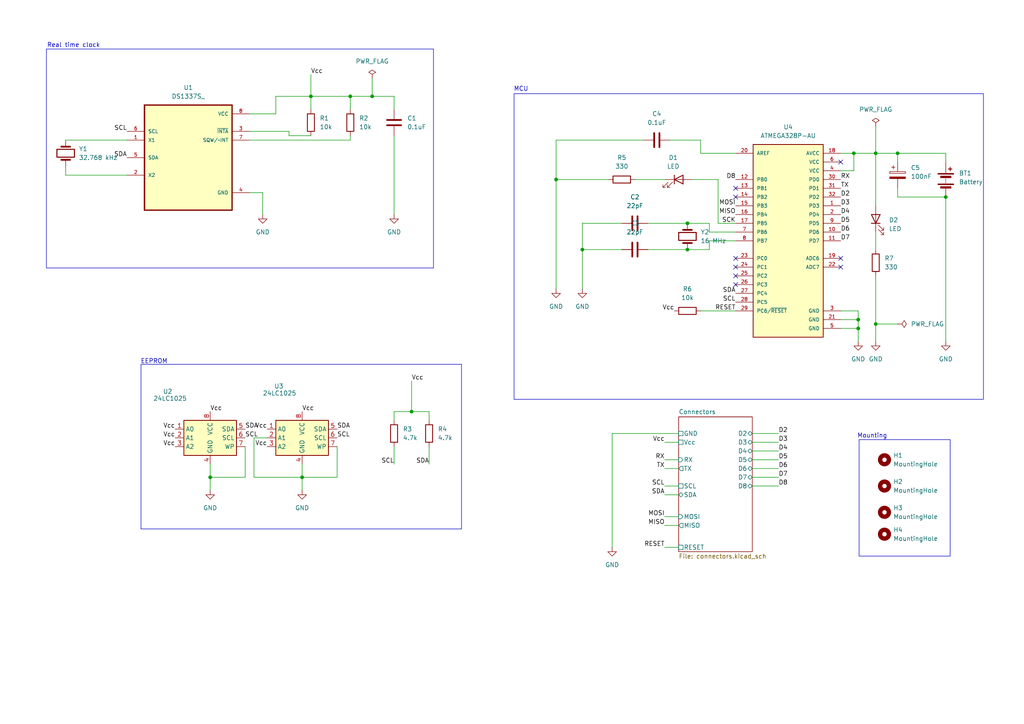
<source format=kicad_sch>
(kicad_sch (version 20231120) (generator "eeschema") (generator_version "8.0")
  (paper "A4")
  (title_block (title "${project_name}") (date "2025-03-10") (rev "1") (company "Artem Kostenko"))
  (lib_symbols
    (symbol "ATMEGA328P-AU:ATMEGA328P-AU" (pin_names (offset 1.016))
      (property "Reference" "U4" (at 0 33.02 0))
      (property "Value" "ATMEGA328P-AU" (at 0 30.48 0))
      (symbol "ATMEGA328P-AU_0_0"
        (rectangle (start -10.16 -27.94) (end 10.16 27.94) (stroke (width 0.254)) (fill (type background)))
        (pin bidirectional line (at 15.24 10.16 180) (length 5.08) (name "PD3") (number "1"))
        (pin bidirectional line (at 15.24 2.54 180) (length 5.08) (name "PD6") (number "10"))
        (pin bidirectional line (at 15.24 0 180) (length 5.08) (name "PD7") (number "11"))
        (pin bidirectional line (at -15.24 17.78 0) (length 5.08) (name "PB0") (number "12"))
        (pin bidirectional line (at -15.24 15.24 0) (length 5.08) (name "PB1") (number "13"))
        (pin bidirectional line (at -15.24 12.7 0) (length 5.08) (name "PB2") (number "14"))
        (pin bidirectional line (at -15.24 10.16 0) (length 5.08) (name "PB3") (number "15"))
        (pin bidirectional line (at -15.24 7.62 0) (length 5.08) (name "PB4") (number "16"))
        (pin bidirectional line (at -15.24 5.08 0) (length 5.08) (name "PB5") (number "17"))
        (pin power_in line (at 15.24 25.4 180) (length 5.08) (name "AVCC") (number "18"))
        (pin bidirectional line (at 15.24 -5.08 180) (length 5.08) (name "ADC6") (number "19"))
        (pin bidirectional line (at 15.24 7.62 180) (length 5.08) (name "PD4") (number "2"))
        (pin input line (at -15.24 25.4 0) (length 5.08) (name "AREF") (number "20"))
        (pin power_in line (at 15.24 -22.86 180) (length 5.08) (name "GND") (number "21"))
        (pin bidirectional line (at 15.24 -7.62 180) (length 5.08) (name "ADC7") (number "22"))
        (pin bidirectional line (at -15.24 -5.08 0) (length 5.08) (name "PC0") (number "23"))
        (pin bidirectional line (at -15.24 -7.62 0) (length 5.08) (name "PC1") (number "24"))
        (pin bidirectional line (at -15.24 -10.16 0) (length 5.08) (name "PC2") (number "25"))
        (pin bidirectional line (at -15.24 -12.7 0) (length 5.08) (name "PC3") (number "26"))
        (pin bidirectional line (at -15.24 -15.24 0) (length 5.08) (name "PC4") (number "27"))
        (pin bidirectional line (at -15.24 -17.78 0) (length 5.08) (name "PC5") (number "28"))
        (pin bidirectional line (at -15.24 -20.32 0) (length 5.08) (name "PC6/~{RESET}") (number "29"))
        (pin power_in line (at 15.24 -20.32 180) (length 5.08) (name "GND") (number "3"))
        (pin bidirectional line (at 15.24 17.78 180) (length 5.08) (name "PD0") (number "30"))
        (pin bidirectional line (at 15.24 15.24 180) (length 5.08) (name "PD1") (number "31"))
        (pin bidirectional line (at 15.24 12.7 180) (length 5.08) (name "PD2") (number "32"))
        (pin power_in line (at 15.24 20.32 180) (length 5.08) (name "VCC") (number "4"))
        (pin power_in line (at 15.24 -25.4 180) (length 5.08) (name "GND") (number "5"))
        (pin power_in line (at 15.24 22.86 180) (length 5.08) (name "VCC") (number "6"))
        (pin bidirectional line (at -15.24 2.54 0) (length 5.08) (name "PB6") (number "7"))
        (pin bidirectional line (at -15.24 0 0) (length 5.08) (name "PB7") (number "8"))
        (pin bidirectional line (at 15.24 5.08 180) (length 5.08) (name "PD5") (number "9"))
      )
    )
    (symbol "DS1337S_:DS1337S_" (pin_names (offset 1.016))
      (property "Reference" "U" (at -12.7 16.24 0))
      (property "Value" "DS1337S_" (at -12.7 -19.24 0))
      (symbol "DS1337S__0_0"
        (rectangle (start -12.7 -15.24) (end 12.7 15.24) (stroke (width 0.41)) (fill (type background)))
        (pin input line (at -17.78 5.08 0) (length 5.08) (name "X1") (number "1"))
        (pin bidirectional line (at -17.78 -5.08 0) (length 5.08) (name "X2") (number "2"))
        (pin output line (at 17.78 7.62 180) (length 5.08) (name "~{INTA}") (number "3"))
        (pin power_in line (at 17.78 -10.16 180) (length 5.08) (name "GND") (number "4"))
        (pin bidirectional line (at -17.78 0 0) (length 5.08) (name "SDA") (number "5"))
        (pin input line (at -17.78 7.62 0) (length 5.08) (name "SCL") (number "6"))
        (pin output line (at 17.78 5.08 180) (length 5.08) (name "SQW/~INT") (number "7"))
        (pin power_in line (at 17.78 12.7 180) (length 5.08) (name "VCC") (number "8"))
      )
    )
    (symbol "Device:Battery" (pin_numbers hide) (pin_names (offset 0) hide)
      (property "Reference" "BT" (at 2.54 2.54 0))
      (property "Value" "Battery" (at 2.54 0 0))
      (symbol "Battery_0_1"
        (rectangle (start -2.286 -1.27) (end 2.286 -1.524) (fill (type outline)))
        (rectangle (start -2.286 1.778) (end 2.286 1.524) (fill (type outline)))
        (rectangle (start -1.524 -2.032) (end 1.524 -2.54) (fill (type outline)))
        (rectangle (start -1.524 1.016) (end 1.524 0.508) (fill (type outline)))
        (polyline (pts (xy 0 -1.016) (xy 0 -0.762)))
        (polyline (pts (xy 0 -0.508) (xy 0 -0.254)))
        (polyline (pts (xy 0 0) (xy 0 0.254)))
        (polyline (pts (xy 0 1.778) (xy 0 2.54)))
        (polyline (pts (xy 0.762 3.048) (xy 1.778 3.048)) (stroke (width 0.254)))
        (polyline (pts (xy 1.27 3.556) (xy 1.27 2.54)) (stroke (width 0.254)))
      )
      (symbol "Battery_1_1"
        (pin passive line (at 0 5.08 270) (length 2.54) (name "+") (number "1"))
        (pin passive line (at 0 -5.08 90) (length 2.54) (name "-") (number "2"))
      )
    )
    (symbol "Device:C" (pin_numbers hide) (pin_names (offset 0.254))
      (property "Reference" "C" (at 0.635 2.54 0))
      (property "Value" "C" (at 0.635 -2.54 0))
      (symbol "C_0_1"
        (polyline (pts (xy -2.032 -0.762) (xy 2.032 -0.762)) (stroke (width 0.508)))
        (polyline (pts (xy -2.032 0.762) (xy 2.032 0.762)) (stroke (width 0.508)))
      )
      (symbol "C_1_1"
        (pin passive line (at 0 3.81 270) (length 2.794) (name "~") (number "1"))
        (pin passive line (at 0 -3.81 90) (length 2.794) (name "~") (number "2"))
      )
    )
    (symbol "Device:C_Polarized" (pin_numbers hide) (pin_names (offset 0.254))
      (property "Reference" "C" (at 0.635 2.54 0))
      (property "Value" "C_Polarized" (at 0.635 -2.54 0))
      (symbol "C_Polarized_0_1"
        (rectangle (start -2.286 0.508) (end 2.286 1.016))
        (polyline (pts (xy -1.778 2.286) (xy -0.762 2.286)))
        (polyline (pts (xy -1.27 2.794) (xy -1.27 1.778)))
        (rectangle (start 2.286 -0.508) (end -2.286 -1.016) (fill (type outline)))
      )
      (symbol "C_Polarized_1_1"
        (pin passive line (at 0 3.81 270) (length 2.794) (name "~") (number "1"))
        (pin passive line (at 0 -3.81 90) (length 2.794) (name "~") (number "2"))
      )
    )
    (symbol "Device:Crystal" (pin_numbers hide) (pin_names (offset 1.016) hide)
      (property "Reference" "Y" (at 0 3.81 0))
      (property "Value" "Crystal" (at 0 -3.81 0))
      (symbol "Crystal_0_1"
        (rectangle (start -1.143 2.54) (end 1.143 -2.54) (stroke (width 0.3048)))
        (polyline (pts (xy -2.54 0) (xy -1.905 0)))
        (polyline (pts (xy -1.905 -1.27) (xy -1.905 1.27)) (stroke (width 0.508)))
        (polyline (pts (xy 1.905 -1.27) (xy 1.905 1.27)) (stroke (width 0.508)))
        (polyline (pts (xy 2.54 0) (xy 1.905 0)))
      )
      (symbol "Crystal_1_1"
        (pin passive line (at -3.81 0 0) (length 1.27) (name "1") (number "1"))
        (pin passive line (at 3.81 0 180) (length 1.27) (name "2") (number "2"))
      )
    )
    (symbol "Device:LED" (pin_numbers hide) (pin_names (offset 1.016) hide)
      (property "Reference" "D" (at 0 2.54 0))
      (property "Value" "LED" (at 0 -2.54 0))
      (symbol "LED_0_1"
        (polyline (pts (xy -1.27 -1.27) (xy -1.27 1.27)) (stroke (width 0.254)))
        (polyline (pts (xy -1.27 0) (xy 1.27 0)))
        (polyline (pts (xy 1.27 -1.27) (xy 1.27 1.27) (xy -1.27 0) (xy 1.27 -1.27)) (stroke (width 0.254)))
        (polyline (pts (xy -3.048 -0.762) (xy -4.572 -2.286) (xy -3.81 -2.286) (xy -4.572 -2.286) (xy -4.572 -1.524)))
        (polyline (pts (xy -1.778 -0.762) (xy -3.302 -2.286) (xy -2.54 -2.286) (xy -3.302 -2.286) (xy -3.302 -1.524)))
      )
      (symbol "LED_1_1"
        (pin passive line (at -3.81 0 0) (length 2.54) (name "K") (number "1"))
        (pin passive line (at 3.81 0 180) (length 2.54) (name "A") (number "2"))
      )
    )
    (symbol "Device:R" (pin_numbers hide) (pin_names (offset 0))
      (property "Reference" "R" (at 2.032 0 90))
      (property "Value" "R" (at 0 0 90))
      (symbol "R_0_1"
        (rectangle (start -1.016 -2.54) (end 1.016 2.54) (stroke (width 0.254)))
      )
      (symbol "R_1_1"
        (pin passive line (at 0 3.81 270) (length 1.27) (name "~") (number "1"))
        (pin passive line (at 0 -3.81 90) (length 1.27) (name "~") (number "2"))
      )
    )
    (symbol "Mechanical:MountingHole" (pin_names (offset 1.016)) (exclude_from_sim yes) (in_bom no)
      (property "Reference" "H" (at 0 5.08 0))
      (property "Value" "MountingHole" (at 0 3.175 0))
      (symbol "MountingHole_0_1"
        (circle (center 0 0) (radius 1.27) (stroke (width 1.27)))
      )
    )
    (symbol "Memory_EEPROM:24LC1025"
      (property "Reference" "U" (at -6.35 6.35 0))
      (property "Value" "24LC1025" (at 1.27 6.35 0))
      (symbol "24LC1025_1_1"
        (rectangle (start -7.62 5.08) (end 7.62 -5.08) (stroke (width 0.254)) (fill (type background)))
        (pin input line (at -10.16 2.54 0) (length 2.54) (name "A0") (number "1"))
        (pin input line (at -10.16 0 0) (length 2.54) (name "A1") (number "2"))
        (pin input line (at -10.16 -2.54 0) (length 2.54) (name "A2") (number "3"))
        (pin power_in line (at 0 -7.62 90) (length 2.54) (name "GND") (number "4"))
        (pin bidirectional line (at 10.16 2.54 180) (length 2.54) (name "SDA") (number "5"))
        (pin input line (at 10.16 0 180) (length 2.54) (name "SCL") (number "6"))
        (pin input line (at 10.16 -2.54 180) (length 2.54) (name "WP") (number "7"))
        (pin power_in line (at 0 7.62 270) (length 2.54) (name "VCC") (number "8"))
      )
    )
    (symbol "power:GND" (power) (pin_numbers hide) (pin_names (offset 0) hide)
      (property "Value" "GND" (at 0 -3.81 0))
      (symbol "GND_0_1"
        (polyline (pts (xy 0 0) (xy 0 -1.27) (xy 1.27 -1.27) (xy 0 -2.54) (xy -1.27 -1.27) (xy 0 -1.27)))
      )
      (symbol "GND_1_1"
        (pin power_in line (at 0 0 270) (length 0) (name "~") (number "1"))
      )
    )
    (symbol "power:PWR_FLAG" (power) (pin_numbers hide) (pin_names (offset 0) hide)
      (property "Value" "PWR_FLAG" (at 0 3.81 0))
      (symbol "PWR_FLAG_0_0"
        (pin power_out line (at 0 0 90) (length 0) (name "~") (number "1"))
      )
      (symbol "PWR_FLAG_0_1"
        (polyline (pts (xy 0 0) (xy 0 1.27) (xy -1.016 1.905) (xy 0 2.54) (xy 1.016 1.905) (xy 0 1.27)))
      )
    )
  )
  (junction (at 248.92 95.25))
  (junction (at 199.39 64.77))
  (junction (at 254 44.45))
  (junction (at 87.63 138.43))
  (junction (at 168.91 72.39))
  (junction (at 260.35 44.45))
  (junction (at 60.96 138.43))
  (junction (at 90.17 27.94))
  (junction (at 254 93.98))
  (junction (at 119.38 119.38))
  (junction (at 161.29 52.07))
  (junction (at 247.65 44.45))
  (junction (at 107.95 27.94))
  (junction (at 101.6 27.94))
  (junction (at 248.92 92.71))
  (junction (at 274.32 57.15))
  (junction (at 199.39 72.39))
  (no_connect (at 243.84 74.93))
  (no_connect (at 213.36 54.61))
  (no_connect (at 213.36 57.15))
  (no_connect (at 243.84 46.99))
  (no_connect (at 243.84 77.47))
  (no_connect (at 213.36 80.01))
  (no_connect (at 213.36 77.47))
  (no_connect (at 213.36 74.93))
  (no_connect (at 213.36 82.55))
  (wire (pts (xy 208.28 64.77) (xy 213.36 64.77)))
  (wire (pts (xy 90.17 27.94) (xy 90.17 31.75)))
  (wire (pts (xy 73.66 138.43) (xy 87.63 138.43)))
  (wire (pts (xy 187.96 72.39) (xy 199.39 72.39)))
  (wire (pts (xy 184.15 52.07) (xy 193.04 52.07)))
  (wire (pts (xy 196.85 152.4) (xy 192.786 152.4)))
  (wire (pts (xy 114.3 119.38) (xy 119.38 119.38)))
  (wire (pts (xy 119.38 119.38) (xy 124.46 119.38)))
  (wire (pts (xy 218.186 133.35) (xy 225.806 133.35)))
  (wire (pts (xy 243.84 90.17) (xy 248.92 90.17)))
  (wire (pts (xy 274.32 44.45) (xy 260.35 44.45)))
  (wire (pts (xy 260.35 54.61) (xy 260.35 57.15)))
  (wire (pts (xy 60.96 138.43) (xy 60.96 134.62)))
  (wire (pts (xy 196.85 143.51) (xy 192.786 143.51)))
  (wire (pts (xy 196.85 125.73) (xy 177.546 125.73)))
  (wire (pts (xy 97.79 138.43) (xy 87.63 138.43)))
  (wire (pts (xy 218.186 140.97) (xy 225.806 140.97)))
  (wire (pts (xy 274.32 57.15) (xy 274.32 99.06)))
  (wire (pts (xy 19.05 50.8) (xy 19.05 48.26)))
  (wire (pts (xy 161.29 52.07) (xy 161.29 83.82)))
  (wire (pts (xy 200.66 52.07) (xy 208.28 52.07)))
  (wire (pts (xy 87.63 142.24) (xy 87.63 138.43)))
  (wire (pts (xy 114.3 129.54) (xy 114.3 134.62)))
  (wire (pts (xy 72.39 40.64) (xy 101.6 40.64)))
  (wire (pts (xy 247.65 49.53) (xy 247.65 44.45)))
  (wire (pts (xy 218.186 130.81) (xy 225.806 130.81)))
  (wire (pts (xy 83.82 38.1) (xy 83.82 39.37)))
  (wire (pts (xy 218.186 125.73) (xy 225.806 125.73)))
  (wire (pts (xy 218.186 128.27) (xy 225.806 128.27)))
  (wire (pts (xy 168.91 72.39) (xy 180.34 72.39)))
  (wire (pts (xy 254 36.83) (xy 254 44.45)))
  (wire (pts (xy 199.39 72.39) (xy 205.74 72.39)))
  (wire (pts (xy 168.91 72.39) (xy 168.91 83.82)))
  (wire (pts (xy 72.39 55.88) (xy 76.2 55.88)))
  (wire (pts (xy 101.6 27.94) (xy 107.95 27.94)))
  (wire (pts (xy 248.92 92.71) (xy 248.92 95.25)))
  (wire (pts (xy 119.38 110.49) (xy 119.38 119.38)))
  (wire (pts (xy 247.65 44.45) (xy 243.84 44.45)))
  (wire (pts (xy 254 93.98) (xy 260.35 93.98)))
  (wire (pts (xy 90.17 27.94) (xy 101.6 27.94)))
  (wire (pts (xy 254 67.31) (xy 254 72.39)))
  (wire (pts (xy 71.12 129.54) (xy 71.12 138.43)))
  (wire (pts (xy 196.85 158.75) (xy 192.786 158.75)))
  (wire (pts (xy 248.92 90.17) (xy 248.92 92.71)))
  (wire (pts (xy 71.12 138.43) (xy 60.96 138.43)))
  (wire (pts (xy 196.85 133.35) (xy 192.786 133.35)))
  (wire (pts (xy 19.05 40.64) (xy 36.83 40.64)))
  (wire (pts (xy 101.6 27.94) (xy 101.6 31.75)))
  (wire (pts (xy 254 44.45) (xy 247.65 44.45)))
  (wire (pts (xy 254 80.01) (xy 254 93.98)))
  (wire (pts (xy 90.17 21.59) (xy 90.17 27.94)))
  (wire (pts (xy 248.92 95.25) (xy 248.92 99.06)))
  (wire (pts (xy 203.2 44.45) (xy 213.36 44.45)))
  (wire (pts (xy 124.46 129.54) (xy 124.46 134.62)))
  (wire (pts (xy 114.3 27.94) (xy 114.3 31.75)))
  (wire (pts (xy 80.01 27.94) (xy 90.17 27.94)))
  (wire (pts (xy 205.74 67.31) (xy 213.36 67.31)))
  (wire (pts (xy 77.47 127) (xy 73.66 127)))
  (wire (pts (xy 72.39 38.1) (xy 83.82 38.1)))
  (wire (pts (xy 107.95 22.86) (xy 107.95 27.94)))
  (wire (pts (xy 218.186 138.43) (xy 225.806 138.43)))
  (wire (pts (xy 205.74 64.77) (xy 205.74 67.31)))
  (wire (pts (xy 101.6 40.64) (xy 101.6 39.37)))
  (wire (pts (xy 203.2 44.45) (xy 203.2 40.64)))
  (wire (pts (xy 208.28 52.07) (xy 208.28 64.77)))
  (wire (pts (xy 124.46 119.38) (xy 124.46 121.92)))
  (wire (pts (xy 187.96 64.77) (xy 199.39 64.77)))
  (wire (pts (xy 203.2 90.17) (xy 213.36 90.17)))
  (wire (pts (xy 60.96 142.24) (xy 60.96 138.43)))
  (wire (pts (xy 203.2 40.64) (xy 194.31 40.64)))
  (wire (pts (xy 168.91 64.77) (xy 168.91 72.39)))
  (wire (pts (xy 97.79 129.54) (xy 97.79 138.43)))
  (wire (pts (xy 243.84 95.25) (xy 248.92 95.25)))
  (wire (pts (xy 260.35 44.45) (xy 260.35 46.99)))
  (wire (pts (xy 196.85 128.27) (xy 192.786 128.27)))
  (wire (pts (xy 114.3 62.23) (xy 114.3 39.37)))
  (wire (pts (xy 274.32 46.99) (xy 274.32 44.45)))
  (wire (pts (xy 176.53 52.07) (xy 161.29 52.07)))
  (wire (pts (xy 107.95 27.94) (xy 114.3 27.94)))
  (wire (pts (xy 260.35 44.45) (xy 254 44.45)))
  (wire (pts (xy 196.85 149.86) (xy 192.786 149.86)))
  (wire (pts (xy 218.186 135.89) (xy 225.806 135.89)))
  (wire (pts (xy 161.29 40.64) (xy 161.29 52.07)))
  (wire (pts (xy 243.84 92.71) (xy 248.92 92.71)))
  (wire (pts (xy 243.84 49.53) (xy 247.65 49.53)))
  (wire (pts (xy 205.74 69.85) (xy 213.36 69.85)))
  (wire (pts (xy 180.34 64.77) (xy 168.91 64.77)))
  (wire (pts (xy 254 93.98) (xy 254 99.06)))
  (wire (pts (xy 199.39 64.77) (xy 205.74 64.77)))
  (wire (pts (xy 76.2 55.88) (xy 76.2 62.23)))
  (wire (pts (xy 254 44.45) (xy 254 59.69)))
  (wire (pts (xy 260.35 57.15) (xy 274.32 57.15)))
  (wire (pts (xy 186.69 40.64) (xy 161.29 40.64)))
  (wire (pts (xy 196.85 140.97) (xy 192.786 140.97)))
  (wire (pts (xy 72.39 33.02) (xy 80.01 33.02)))
  (wire (pts (xy 80.01 33.02) (xy 80.01 27.94)))
  (wire (pts (xy 205.74 72.39) (xy 205.74 69.85)))
  (wire (pts (xy 83.82 39.37) (xy 90.17 39.37)))
  (wire (pts (xy 87.63 138.43) (xy 87.63 134.62)))
  (wire (pts (xy 36.83 50.8) (xy 19.05 50.8)))
  (wire (pts (xy 177.546 125.73) (xy 177.546 158.75)))
  (wire (pts (xy 114.3 121.92) (xy 114.3 119.38)))
  (wire (pts (xy 196.85 135.89) (xy 192.786 135.89)))
  (wire (pts (xy 73.66 127) (xy 73.66 138.43)))
  (rectangle (start 149.098 27.178) (end 285.242 115.824))
  (rectangle (start 13.462 14.224) (end 125.73 77.724))
  (rectangle (start 249.174 127.508) (end 275.59 161.29))
  (rectangle (start 40.894 105.664) (end 133.858 153.416))
  (text "Real time clock" (at 21.336 13.208 0) (effects (font (size 1.27 1.27))))
  (text "Mounting\n" (at 252.984 126.492 0) (effects (font (size 1.27 1.27))))
  (text "MCU" (at 151.13 25.908 0) (effects (font (size 1.27 1.27))))
  (text "EEPROM" (at 44.704 104.902 0) (effects (font (size 1.27 1.27))))
  (label "SCL" (at 71.12 127 0))
  (label "D7" (at 225.806 138.43 0))
  (label "D3" (at 225.806 128.27 0))
  (label "MOSI" (at 213.36 59.69 180))
  (label "Vcc" (at 77.47 124.46 180))
  (label "D2" (at 225.806 125.73 0))
  (label "MOSI" (at 192.786 149.86 180))
  (label "SDA" (at 213.36 85.09 180))
  (label "D7" (at 243.84 69.85 0))
  (label "SCL" (at 213.36 87.63 180))
  (label "Vcc" (at 50.8 129.54 180))
  (label "Vcc" (at 60.96 119.38 0))
  (label "SDA" (at 192.786 143.51 180))
  (label "RESET" (at 213.36 90.17 180))
  (label "RESET" (at 192.786 158.75 180))
  (label "TX" (at 192.786 135.89 180))
  (label "MISO" (at 213.36 62.23 180))
  (label "D8" (at 225.806 140.97 0))
  (label "TX" (at 243.84 54.61 0))
  (label "SCL" (at 36.83 38.1 180))
  (label "Vcc" (at 90.17 21.59 0))
  (label "RX" (at 192.786 133.35 180))
  (label "MISO" (at 192.786 152.4 180))
  (label "SCL" (at 192.786 140.97 180))
  (label "D4" (at 243.84 62.23 0))
  (label "SDA" (at 97.79 124.46 0))
  (label "SDA" (at 71.12 124.46 0))
  (label "D3" (at 243.84 59.69 0))
  (label "Vcc" (at 87.63 119.38 0))
  (label "Vcc" (at 77.47 129.54 180))
  (label "SCK" (at 213.36 64.77 180))
  (label "Vcc" (at 50.8 124.46 180))
  (label "Vcc" (at 119.38 110.49 0))
  (label "D2" (at 243.84 57.15 0))
  (label "SCL" (at 97.79 127 0))
  (label "D5" (at 243.84 64.77 0))
  (label "D5" (at 225.806 133.35 0))
  (label "D8" (at 213.36 52.07 180))
  (label "Vcc" (at 195.58 90.17 180))
  (label "SCL" (at 114.3 134.62 180))
  (label "SDA" (at 124.46 134.62 180))
  (label "D6" (at 243.84 67.31 0))
  (label "RX" (at 243.84 52.07 0))
  (label "Vcc" (at 192.786 128.27 180))
  (label "SDA" (at 36.83 45.72 180))
  (label "Vcc" (at 50.8 127 180))
  (label "D4" (at 225.806 130.81 0))
  (label "D6" (at 225.806 135.89 0))
  (symbol (lib_id "Device:C_Polarized") (at 260.35 50.8 0) (unit 1)
    (property "Reference" "C5" (at 264.16 48.6409 0) (effects (justify left)))
    (property "Value" "100nF" (at 264.16 51.1809 0) (effects (justify left)))
    (property "Footprint" "Capacitor_SMD:C_0805_2012Metric" (effects (hide yes)))
    (property "Description" "Polarized capacitor" (effects (hide yes)))
  )
  (symbol (lib_id "power:GND") (at 168.91 83.82 0) (unit 1)
    (property "Reference" "#PWR08" (effects (hide yes)))
    (property "Value" "GND" (at 168.91 88.9 0))
    (property "Description" "Power symbol creates a global label with name \"GND\" , ground" (effects (hide yes)))
  )
  (symbol (lib_id "power:GND") (at 254 99.06 0) (unit 1)
    (property "Reference" "#PWR06" (effects (hide yes)))
    (property "Value" "GND" (at 254 104.14 0))
    (property "Description" "Power symbol creates a global label with name \"GND\" , ground" (effects (hide yes)))
  )
  (symbol (lib_id "Device:C") (at 184.15 72.39 90) (unit 1)
    (property "Reference" "C3" (at 184.15 64.77 90))
    (property "Value" "22pF" (at 184.15 67.31 90))
    (property "Footprint" "Capacitor_SMD:C_0805_2012Metric" (effects (hide yes)))
    (property "Description" "Unpolarized capacitor" (effects (hide yes)))
  )
  (symbol (lib_id "power:GND") (at 274.32 99.06 0) (unit 1)
    (property "Reference" "#PWR07" (effects (hide yes)))
    (property "Value" "GND" (at 274.32 104.14 0))
    (property "Description" "Power symbol creates a global label with name \"GND\" , ground" (effects (hide yes)))
  )
  (symbol (lib_id "Device:C") (at 190.5 40.64 90) (unit 1)
    (property "Reference" "C4" (at 190.5 33.02 90))
    (property "Value" "0.1uF" (at 190.5 35.56 90))
    (property "Footprint" "Capacitor_SMD:C_0805_2012Metric" (effects (hide yes)))
    (property "Description" "Unpolarized capacitor" (effects (hide yes)))
  )
  (symbol (lib_id "Mechanical:MountingHole") (at 256.54 148.59 0) (unit 1) (exclude_from_sim yes) (in_bom no)
    (property "Reference" "H3" (at 259.08 147.3199 0) (effects (justify left)))
    (property "Value" "MountingHole" (at 259.08 149.8599 0) (effects (justify left)))
    (property "Footprint" "MountingHole:MountingHole_2.1mm" (effects (hide yes)))
    (property "Description" "Mounting Hole without connection" (effects (hide yes)))
  )
  (symbol (lib_id "Device:R") (at 101.6 35.56 0) (unit 1)
    (property "Reference" "R2" (at 104.14 34.2899 0) (effects (justify left)))
    (property "Value" "10k" (at 104.14 36.8299 0) (effects (justify left)))
    (property "Footprint" "Resistor_SMD:R_0805_2012Metric" (effects (hide yes)))
    (property "Description" "Resistor" (effects (hide yes)))
  )
  (symbol (lib_id "power:PWR_FLAG") (at 254 36.83 0) (unit 1)
    (property "Reference" "#FLG01" (effects (hide yes)))
    (property "Value" "PWR_FLAG" (at 254 31.75 0))
    (property "Description" "Special symbol for telling ERC where power comes from" (effects (hide yes)))
  )
  (symbol (lib_id "Device:R") (at 124.46 125.73 0) (unit 1)
    (property "Reference" "R4" (at 127 124.4599 0) (effects (justify left)))
    (property "Value" "4.7k" (at 127 126.9999 0) (effects (justify left)))
    (property "Footprint" "Resistor_SMD:R_0805_2012Metric" (effects (hide yes)))
    (property "Description" "Resistor" (effects (hide yes)))
  )
  (symbol (lib_id "power:GND") (at 87.63 142.24 0) (unit 1)
    (property "Reference" "#PWR04" (effects (hide yes)))
    (property "Value" "GND" (at 87.63 147.32 0))
    (property "Description" "Power symbol creates a global label with name \"GND\" , ground" (effects (hide yes)))
  )
  (symbol (lib_id "power:GND") (at 248.92 99.06 0) (unit 1)
    (property "Reference" "#PWR05" (effects (hide yes)))
    (property "Value" "GND" (at 248.92 104.14 0))
    (property "Description" "Power symbol creates a global label with name \"GND\" , ground" (effects (hide yes)))
  )
  (symbol (lib_id "Memory_EEPROM:24LC1025") (at 60.96 127 0) (unit 1)
    (property "Reference" "U2" (at 47.244 113.538 0) (effects (justify left)))
    (property "Value" "24LC1025" (at 44.45 115.57 0) (effects (justify left)))
    (property "Footprint" "Package_SO:SOIC-8_5.23x5.23mm_P1.27mm" (effects (hide yes)))
    (property "Datasheet" "http://ww1.microchip.com/downloads/en/DeviceDoc/21941B.pdf" (effects (hide yes)))
    (property "Description" "I2C Serial EEPROM, 1024Kb, DIP-8/SOIC-8/TSSOP-8/DFN-8" (effects (hide yes)))
  )
  (symbol (lib_id "Device:Crystal") (at 19.05 44.45 90) (unit 1)
    (property "Reference" "Y1" (at 22.86 43.1799 90) (effects (justify right)))
    (property "Value" "32.768 kHz" (at 22.86 45.7199 90) (effects (justify right)))
    (property "Footprint" "Crystal:Crystal_SMD_5032-2Pin_5.0x3.2mm_HandSoldering" (effects (hide yes)))
    (property "Description" "Two pin crystal" (effects (hide yes)))
  )
  (symbol (lib_id "Mechanical:MountingHole") (at 256.54 140.97 0) (unit 1) (exclude_from_sim yes) (in_bom no)
    (property "Reference" "H2" (at 259.08 139.6999 0) (effects (justify left)))
    (property "Value" "MountingHole" (at 259.08 142.2399 0) (effects (justify left)))
    (property "Footprint" "MountingHole:MountingHole_2.1mm" (effects (hide yes)))
    (property "Description" "Mounting Hole without connection" (effects (hide yes)))
  )
  (symbol (lib_id "power:GND") (at 60.96 142.24 0) (unit 1)
    (property "Reference" "#PWR03" (effects (hide yes)))
    (property "Value" "GND" (at 60.96 147.32 0))
    (property "Description" "Power symbol creates a global label with name \"GND\" , ground" (effects (hide yes)))
  )
  (symbol (lib_id "DS1337S_:DS1337S_") (at 54.61 45.72 0) (unit 1)
    (property "Reference" "U1" (at 54.61 25.4 0))
    (property "Value" "DS1337S_" (at 54.61 27.94 0))
    (property "Footprint" "footprints:SOIC127P600X175-8N" (effects (hide yes)))
    (property "MF" "Analog Devices" (effects (hide yes)))
    (property "Description_1" "\n                        \n                            I²C Serial Real-Time Clock\n                        \n" (effects (hide yes)))
    (property "Package" "SOIC-8 Maxim" (effects (hide yes)))
    (property "Price" "None" (effects (hide yes)))
    (property "SnapEDA_Link" "https://www.snapeda.com/parts/DS1337S+/Analog+Devices/view-part/?ref=snap" (effects (hide yes)))
    (property "MP" "DS1337S+" (effects (hide yes)))
    (property "Availability" "In Stock" (effects (hide yes)))
    (property "Check_prices" "https://www.snapeda.com/parts/DS1337S+/Analog+Devices/view-part/?ref=eda" (effects (hide yes)))
  )
  (symbol (lib_id "power:GND") (at 177.546 158.75 0) (unit 1)
    (property "Reference" "#PWR010" (effects (hide yes)))
    (property "Value" "GND" (at 177.546 163.83 0))
    (property "Description" "Power symbol creates a global label with name \"GND\" , ground" (effects (hide yes)))
  )
  (symbol (lib_id "Device:R") (at 254 76.2 0) (unit 1)
    (property "Reference" "R7" (at 256.54 74.9299 0) (effects (justify left)))
    (property "Value" "330" (at 256.54 77.4699 0) (effects (justify left)))
    (property "Footprint" "Resistor_SMD:R_0805_2012Metric" (effects (hide yes)))
    (property "Description" "Resistor" (effects (hide yes)))
  )
  (symbol (lib_id "power:GND") (at 161.29 83.82 0) (unit 1)
    (property "Reference" "#PWR09" (effects (hide yes)))
    (property "Value" "GND" (at 161.29 88.9 0))
    (property "Description" "Power symbol creates a global label with name \"GND\" , ground" (effects (hide yes)))
  )
  (symbol (lib_id "Device:Battery") (at 274.32 52.07 0) (unit 1)
    (property "Reference" "BT1" (at 278.13 50.2284 0) (effects (justify left)))
    (property "Value" "Battery" (at 278.13 52.7684 0) (effects (justify left)))
    (property "Footprint" "Connector_PinHeader_2.54mm:PinHeader_1x02_P2.54mm_Vertical" (effects (hide yes)))
    (property "Description" "Multiple-cell battery" (effects (hide yes)))
  )
  (symbol (lib_id "Device:R") (at 199.39 90.17 90) (unit 1)
    (property "Reference" "R6" (at 199.39 83.82 90))
    (property "Value" "10k" (at 199.39 86.36 90))
    (property "Footprint" "Resistor_SMD:R_0805_2012Metric" (effects (hide yes)))
    (property "Description" "Resistor" (effects (hide yes)))
  )
  (symbol (lib_id "Device:R") (at 90.17 35.56 0) (unit 1)
    (property "Reference" "R1" (at 92.71 34.2899 0) (effects (justify left)))
    (property "Value" "10k" (at 92.71 36.8299 0) (effects (justify left)))
    (property "Footprint" "Resistor_SMD:R_0805_2012Metric" (effects (hide yes)))
    (property "Description" "Resistor" (effects (hide yes)))
  )
  (symbol (lib_id "Device:C") (at 114.3 35.56 0) (unit 1)
    (property "Reference" "C1" (at 118.11 34.2899 0) (effects (justify left)))
    (property "Value" "0.1uF" (at 118.11 36.8299 0) (effects (justify left)))
    (property "Footprint" "Capacitor_SMD:C_0805_2012Metric" (effects (hide yes)))
    (property "Description" "Unpolarized capacitor" (effects (hide yes)))
  )
  (symbol (lib_id "Device:LED") (at 254 63.5 90) (unit 1)
    (property "Reference" "D2" (at 257.81 63.8174 90) (effects (justify right)))
    (property "Value" "LED" (at 257.81 66.3574 90) (effects (justify right)))
    (property "Footprint" "LED_SMD:LED_0805_2012Metric" (effects (hide yes)))
    (property "Description" "Light emitting diode" (effects (hide yes)))
  )
  (symbol (lib_id "Device:R") (at 114.3 125.73 0) (unit 1)
    (property "Reference" "R3" (at 116.84 124.4599 0) (effects (justify left)))
    (property "Value" "4.7k" (at 116.84 126.9999 0) (effects (justify left)))
    (property "Footprint" "Resistor_SMD:R_0805_2012Metric" (effects (hide yes)))
    (property "Description" "Resistor" (effects (hide yes)))
  )
  (symbol (lib_id "Mechanical:MountingHole") (at 256.54 154.94 0) (unit 1) (exclude_from_sim yes) (in_bom no)
    (property "Reference" "H4" (at 259.08 153.6699 0) (effects (justify left)))
    (property "Value" "MountingHole" (at 259.08 156.2099 0) (effects (justify left)))
    (property "Footprint" "MountingHole:MountingHole_2.1mm" (effects (hide yes)))
    (property "Description" "Mounting Hole without connection" (effects (hide yes)))
  )
  (symbol (lib_id "power:GND") (at 76.2 62.23 0) (unit 1)
    (property "Reference" "#PWR01" (effects (hide yes)))
    (property "Value" "GND" (at 76.2 67.31 0))
    (property "Description" "Power symbol creates a global label with name \"GND\" , ground" (effects (hide yes)))
  )
  (symbol (lib_id "ATMEGA328P-AU:ATMEGA328P-AU") (at 228.6 69.85 0) (unit 1)
    (property "Reference" "U4" (at 228.6 36.83 0))
    (property "Value" "ATMEGA328P-AU" (at 228.6 39.37 0))
    (property "Footprint" "footprints:QFP80P900X900X120-32N" (effects (hide yes)))
    (property "MF" "Microchip" (effects (hide yes)))
    (property "MAXIMUM_PACKAGE_HEIGHT" "1.20mm" (effects (hide yes)))
    (property "Package" "TQFP-32 Microchip" (effects (hide yes)))
    (property "Price" "None" (effects (hide yes)))
    (property "Check_prices" "https://www.snapeda.com/parts/ATMEGA328P-AU/Microchip/view-part/?ref=eda" (effects (hide yes)))
    (property "STANDARD" "IPC-7351B" (effects (hide yes)))
    (property "PARTREV" "8271A" (effects (hide yes)))
    (property "SnapEDA_Link" "https://www.snapeda.com/parts/ATMEGA328P-AU/Microchip/view-part/?ref=snap" (effects (hide yes)))
    (property "MP" "ATMEGA328P-AU" (effects (hide yes)))
    (property "Description_1" "\n                        \n                            AVR AVR® ATmega Microcontroller IC 8-Bit 20MHz 32KB (16K x 16) FLASH 32-TQFP (7x7)\n                        \n" (effects (hide yes)))
    (property "Availability" "In Stock" (effects (hide yes)))
    (property "MANUFACTURER" "Microchip" (effects (hide yes)))
  )
  (symbol (lib_id "Device:C") (at 184.15 64.77 90) (unit 1)
    (property "Reference" "C2" (at 184.15 57.15 90))
    (property "Value" "22pF" (at 184.15 59.69 90))
    (property "Footprint" "Capacitor_SMD:C_0805_2012Metric" (effects (hide yes)))
    (property "Description" "Unpolarized capacitor" (effects (hide yes)))
  )
  (symbol (lib_id "Device:LED") (at 196.85 52.07 0) (unit 1)
    (property "Reference" "D1" (at 195.2625 45.72 0))
    (property "Value" "LED" (at 195.2625 48.26 0))
    (property "Footprint" "LED_SMD:LED_0805_2012Metric" (effects (hide yes)))
    (property "Description" "Light emitting diode" (effects (hide yes)))
  )
  (symbol (lib_id "power:PWR_FLAG") (at 260.35 93.98 270) (unit 1)
    (property "Reference" "#FLG02" (effects (hide yes)))
    (property "Value" "PWR_FLAG" (at 264.16 93.9799 90) (effects (justify left)))
    (property "Description" "Special symbol for telling ERC where power comes from" (effects (hide yes)))
  )
  (symbol (lib_id "power:PWR_FLAG") (at 107.95 22.86 0) (unit 1)
    (property "Reference" "#FLG03" (effects (hide yes)))
    (property "Value" "PWR_FLAG" (at 107.95 17.78 0))
    (property "Description" "Special symbol for telling ERC where power comes from" (effects (hide yes)))
  )
  (symbol (lib_id "Device:R") (at 180.34 52.07 90) (unit 1)
    (property "Reference" "R5" (at 180.34 45.7142 90))
    (property "Value" "330" (at 180.34 48.2542 90))
    (property "Footprint" "Resistor_SMD:R_0805_2012Metric" (effects (hide yes)))
    (property "Description" "Resistor" (effects (hide yes)))
  )
  (symbol (lib_id "Mechanical:MountingHole") (at 256.54 133.35 0) (unit 1) (exclude_from_sim yes) (in_bom no)
    (property "Reference" "H1" (at 259.08 132.0799 0) (effects (justify left)))
    (property "Value" "MountingHole" (at 259.08 134.6199 0) (effects (justify left)))
    (property "Footprint" "MountingHole:MountingHole_2.1mm" (effects (hide yes)))
    (property "Description" "Mounting Hole without connection" (effects (hide yes)))
  )
  (symbol (lib_id "Memory_EEPROM:24LC1025") (at 87.63 127 0) (unit 1)
    (property "Reference" "U3" (at 79.502 112.014 0) (effects (justify left)))
    (property "Value" "24LC1025" (at 76.2 114.046 0) (effects (justify left)))
    (property "Footprint" "Package_SO:SOIC-8_5.23x5.23mm_P1.27mm" (effects (hide yes)))
    (property "Datasheet" "http://ww1.microchip.com/downloads/en/DeviceDoc/21941B.pdf" (effects (hide yes)))
    (property "Description" "I2C Serial EEPROM, 1024Kb, DIP-8/SOIC-8/TSSOP-8/DFN-8" (effects (hide yes)))
  )
  (symbol (lib_id "Device:Crystal") (at 199.39 68.58 270) (unit 1)
    (property "Reference" "Y2" (at 203.2 67.3099 90) (effects (justify left)))
    (property "Value" "16 MHz" (at 203.2 69.8499 90) (effects (justify left)))
    (property "Footprint" "Crystal:Crystal_SMD_5032-2Pin_5.0x3.2mm_HandSoldering" (effects (hide yes)))
    (property "Description" "Two pin crystal" (effects (hide yes)))
  )
  (symbol (lib_id "power:GND") (at 114.3 62.23 0) (unit 1)
    (property "Reference" "#PWR02" (effects (hide yes)))
    (property "Value" "GND" (at 114.3 67.31 0))
    (property "Description" "Power symbol creates a global label with name \"GND\" , ground" (effects (hide yes)))
  )
  (sheet (at 196.85 120.904) (size 21.336 39.116) (stroke (width 0.1524))
    (property "Sheetname" "Connectors" (at 196.85 120.1924 0) (effects (justify left bottom)))
    (property "Sheetfile" "connectors.kicad_sch" (at 196.85 160.6046 0) (effects (justify left top)))
    (pin "GND" passive (at 196.85 125.73 180))
    (pin "RX" input (at 196.85 133.35 180))
    (pin "Vcc" passive (at 196.85 128.27 180))
    (pin "TX" output (at 196.85 135.89 180))
    (pin "SCL" passive (at 196.85 140.97 180))
    (pin "SDA" bidirectional (at 196.85 143.51 180))
    (pin "D8" bidirectional (at 218.186 140.97 0))
    (pin "D4" bidirectional (at 218.186 130.81 0))
    (pin "D5" bidirectional (at 218.186 133.35 0))
    (pin "D2" bidirectional (at 218.186 125.73 0))
    (pin "D3" bidirectional (at 218.186 128.27 0))
    (pin "D6" bidirectional (at 218.186 135.89 0))
    (pin "D7" bidirectional (at 218.186 138.43 0))
    (pin "MOSI" input (at 196.85 149.86 180))
    (pin "MISO" output (at 196.85 152.4 180))
    (pin "RESET" passive (at 196.85 158.75 180))
  )
)
</source>
